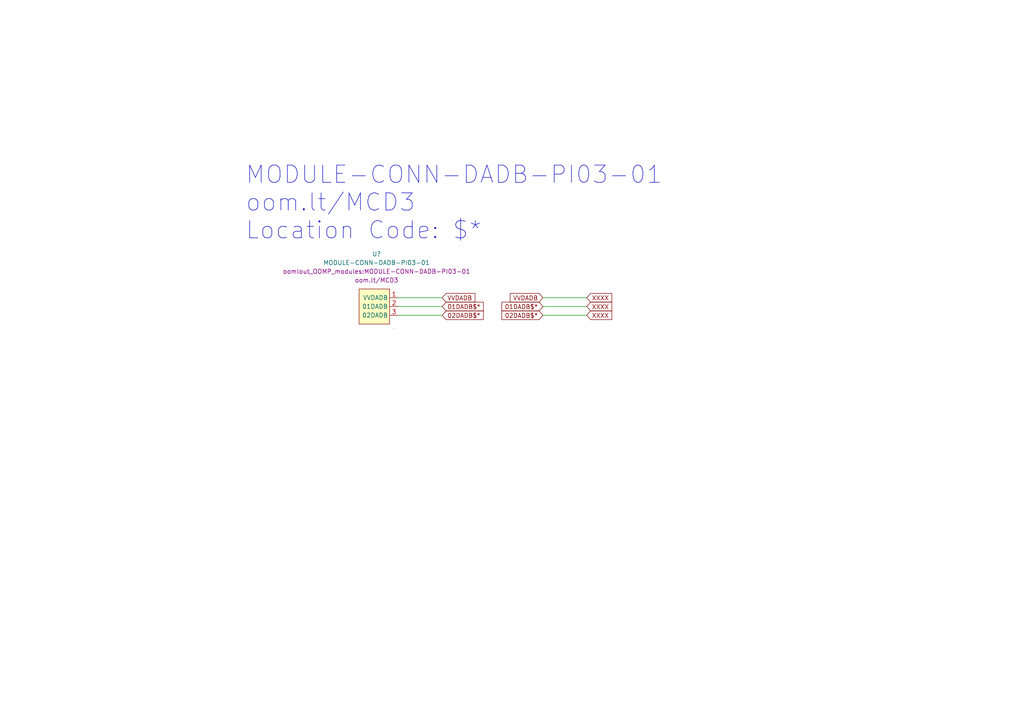
<source format=kicad_sch>
(kicad_sch (version 20211123) (generator eeschema)
  (paper "A4")
  (lib_symbols
    (symbol "oomlout_OOMP_modules:MODULE-CONN-DADB-PI03-01"
      (property "Reference" "U" (at 0 7.62 0))
      (property "Value" "MODULE-CONN-DADB-PI03-01" (at 0 5.08 0))
      (property "Footprint" "oomlout_OOMP_modules:MODULE-CONN-DADB-PI03-01" (at 0 -8.89 0))
      (property "Datasheet" "oom.lt/MCD3" (at -1.27 -11.43 0))
      (symbol "MODULE-CONN-DADB-PI03-01_0_1"
        (rectangle (start -11.43 2.54) (end -2.54 -7.62) (fill (type background)))
        (rectangle (start -1.27 -8.89) (end -1.27 -8.89))
      )
      (symbol "MODULE-CONN-DADB-PI03-01_1_1"
        (pin input line (at 0 0 180) (length 2.54) (name "VVDADB") (number "1"))
        (pin input line (at 0 -2.54 180) (length 2.54) (name "01DADB") (number "2"))
        (pin input line (at 0 -5.08 180) (length 2.54) (name "02DADB") (number "3"))
      )
    )
  )
  (wire (pts (xy 157.48 91.44) (xy 170.18 91.44)))
  (wire (pts (xy 115.57 86.36) (xy 128.27 86.36)))
  (wire (pts (xy 115.57 88.9) (xy 128.27 88.9)))
  (wire (pts (xy 157.48 86.36) (xy 170.18 86.36)))
  (wire (pts (xy 157.48 88.9) (xy 170.18 88.9)))
  (wire (pts (xy 115.57 91.44) (xy 128.27 91.44)))
  (text "MODULE-CONN-DADB-PI03-01\noom.lt/MCD3\nLocation Code: $*" (at 71.12 69.85 0) (effects (font (size 5 5)) (justify left bottom)))
  (global_label "02DADB$*" (shape input) (at 157.48 91.44 180) (property "Intersheet References" "${INTERSHEET_REFS}" (effects hide)))
  (global_label "VVDADB" (shape input) (at 128.27 86.36 0) (property "Intersheet References" "${INTERSHEET_REFS}" (effects hide)))
  (global_label "VVDADB" (shape input) (at 157.48 86.36 180) (property "Intersheet References" "${INTERSHEET_REFS}" (effects hide)))
  (global_label "02DADB$*" (shape input) (at 128.27 91.44 0) (property "Intersheet References" "${INTERSHEET_REFS}" (effects hide)))
  (global_label "XXXX" (shape input) (at 170.18 88.9 0) (property "Intersheet References" "${INTERSHEET_REFS}" (effects hide)))
  (global_label "01DADB$*" (shape input) (at 157.48 88.9 180) (property "Intersheet References" "${INTERSHEET_REFS}" (effects hide)))
  (global_label "01DADB$*" (shape input) (at 128.27 88.9 0) (property "Intersheet References" "${INTERSHEET_REFS}" (effects hide)))
  (global_label "XXXX" (shape input) (at 170.18 86.36 0) (property "Intersheet References" "${INTERSHEET_REFS}" (effects hide)))
  (global_label "XXXX" (shape input) (at 170.18 91.44 0) (property "Intersheet References" "${INTERSHEET_REFS}" (effects hide)))
  (symbol (lib_id "oomlout_OOMP_modules:MODULE-CONN-DADB-PI03-01") (at 115.57 86.36 0) (unit 1)
    (property "Reference" "U?" (at 109.22 73.66 0))
    (property "Value" "MODULE-CONN-DADB-PI03-01" (at 109.22 76.2 0))
    (property "Footprint" "oomlout_OOMP_modules:MODULE-CONN-DADB-PI03-01" (at 109.22 78.74 0))
    (property "Datasheet" "oom.lt/MCD3" (at 109.22 81.28 0))
  )
)
</source>
